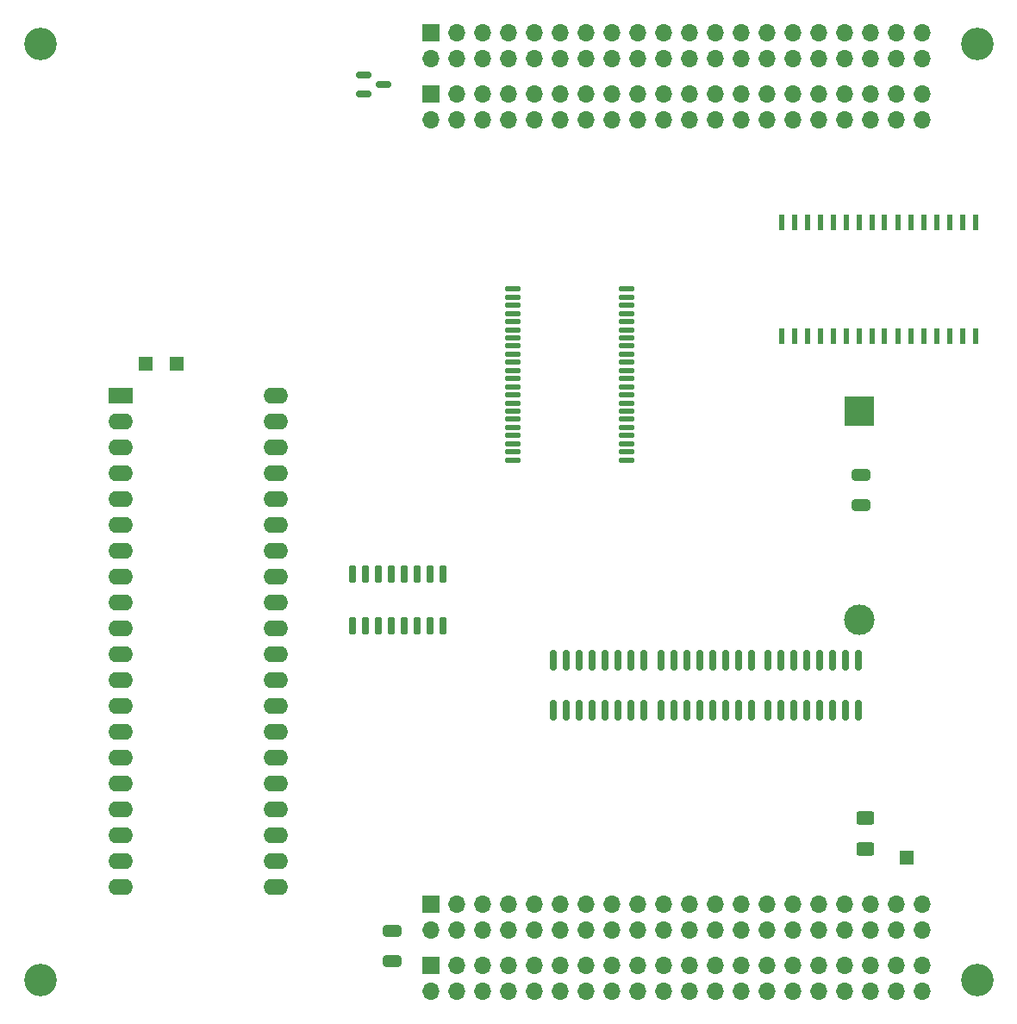
<source format=gbr>
%TF.GenerationSoftware,KiCad,Pcbnew,7.0.5-7.0.5~ubuntu20.04.1*%
%TF.CreationDate,2023-07-18T14:00:40+02:00*%
%TF.ProjectId,RAMROM_512k_board,52414d52-4f4d-45f3-9531-326b5f626f61,rev?*%
%TF.SameCoordinates,Original*%
%TF.FileFunction,Soldermask,Bot*%
%TF.FilePolarity,Negative*%
%FSLAX46Y46*%
G04 Gerber Fmt 4.6, Leading zero omitted, Abs format (unit mm)*
G04 Created by KiCad (PCBNEW 7.0.5-7.0.5~ubuntu20.04.1) date 2023-07-18 14:00:40*
%MOMM*%
%LPD*%
G01*
G04 APERTURE LIST*
G04 Aperture macros list*
%AMRoundRect*
0 Rectangle with rounded corners*
0 $1 Rounding radius*
0 $2 $3 $4 $5 $6 $7 $8 $9 X,Y pos of 4 corners*
0 Add a 4 corners polygon primitive as box body*
4,1,4,$2,$3,$4,$5,$6,$7,$8,$9,$2,$3,0*
0 Add four circle primitives for the rounded corners*
1,1,$1+$1,$2,$3*
1,1,$1+$1,$4,$5*
1,1,$1+$1,$6,$7*
1,1,$1+$1,$8,$9*
0 Add four rect primitives between the rounded corners*
20,1,$1+$1,$2,$3,$4,$5,0*
20,1,$1+$1,$4,$5,$6,$7,0*
20,1,$1+$1,$6,$7,$8,$9,0*
20,1,$1+$1,$8,$9,$2,$3,0*%
G04 Aperture macros list end*
%ADD10R,1.700000X1.700000*%
%ADD11O,1.700000X1.700000*%
%ADD12R,2.400000X1.600000*%
%ADD13O,2.400000X1.600000*%
%ADD14R,3.000000X3.000000*%
%ADD15C,3.000000*%
%ADD16R,1.350000X1.350000*%
%ADD17C,3.200000*%
%ADD18RoundRect,0.250000X-0.650000X0.325000X-0.650000X-0.325000X0.650000X-0.325000X0.650000X0.325000X0*%
%ADD19R,0.600000X1.600000*%
%ADD20RoundRect,0.137500X0.625000X0.137500X-0.625000X0.137500X-0.625000X-0.137500X0.625000X-0.137500X0*%
%ADD21RoundRect,0.150000X-0.150000X0.725000X-0.150000X-0.725000X0.150000X-0.725000X0.150000X0.725000X0*%
%ADD22RoundRect,0.150000X-0.150000X0.825000X-0.150000X-0.825000X0.150000X-0.825000X0.150000X0.825000X0*%
%ADD23RoundRect,0.150000X-0.587500X-0.150000X0.587500X-0.150000X0.587500X0.150000X-0.587500X0.150000X0*%
%ADD24RoundRect,0.250000X0.625000X-0.400000X0.625000X0.400000X-0.625000X0.400000X-0.625000X-0.400000X0*%
G04 APERTURE END LIST*
D10*
%TO.C,J1*%
X139700000Y-48303005D03*
D11*
X139700000Y-50843005D03*
X142240000Y-48303005D03*
X142240000Y-50843005D03*
X144780000Y-48303005D03*
X144780000Y-50843005D03*
X147320000Y-48303005D03*
X147320000Y-50843005D03*
X149860000Y-48303005D03*
X149860000Y-50843005D03*
X152400000Y-48303005D03*
X152400000Y-50843005D03*
X154940000Y-48303005D03*
X154940000Y-50843005D03*
X157480000Y-48303005D03*
X157480000Y-50843005D03*
X160020000Y-48303005D03*
X160020000Y-50843005D03*
X162560000Y-48303005D03*
X162560000Y-50843005D03*
X165100000Y-48303005D03*
X165100000Y-50843005D03*
X167640000Y-48303005D03*
X167640000Y-50843005D03*
X170180000Y-48303005D03*
X170180000Y-50843005D03*
X172720000Y-48303005D03*
X172720000Y-50843005D03*
X175260000Y-48303005D03*
X175260000Y-50843005D03*
X177800000Y-48303005D03*
X177800000Y-50843005D03*
X180340000Y-48303005D03*
X180340000Y-50843005D03*
X182880000Y-48303005D03*
X182880000Y-50843005D03*
X185420000Y-48303005D03*
X185420000Y-50843005D03*
X187960000Y-48303005D03*
X187960000Y-50843005D03*
%TD*%
D12*
%TO.C,J6*%
X109220000Y-83947000D03*
D13*
X109220000Y-86487000D03*
X109220000Y-89027000D03*
X109220000Y-91567000D03*
X109220000Y-94107000D03*
X109220000Y-96647000D03*
X109220000Y-99187000D03*
X109220000Y-101727000D03*
X109220000Y-104267000D03*
X109220000Y-106807000D03*
X109220000Y-109347000D03*
X109220000Y-111887000D03*
X109220000Y-114427000D03*
X109220000Y-116967000D03*
X109220000Y-119507000D03*
X109220000Y-122047000D03*
X109220000Y-124587000D03*
X109220000Y-127127000D03*
X109220000Y-129667000D03*
X109220000Y-132207000D03*
X124460000Y-132207000D03*
X124460000Y-129667000D03*
X124460000Y-127127000D03*
X124460000Y-124587000D03*
X124460000Y-122047000D03*
X124460000Y-119507000D03*
X124460000Y-116967000D03*
X124460000Y-114427000D03*
X124460000Y-111887000D03*
X124460000Y-109347000D03*
X124460000Y-106807000D03*
X124460000Y-104267000D03*
X124460000Y-101727000D03*
X124460000Y-99187000D03*
X124460000Y-96647000D03*
X124460000Y-94107000D03*
X124460000Y-91567000D03*
X124460000Y-89027000D03*
X124460000Y-86487000D03*
X124460000Y-83947000D03*
%TD*%
D14*
%TO.C,BT1*%
X181813201Y-85438399D03*
D15*
X181813201Y-105928399D03*
%TD*%
D16*
%TO.C,J7*%
X114681000Y-80772000D03*
%TD*%
D10*
%TO.C,J4*%
X139700000Y-133849005D03*
D11*
X139700000Y-136389005D03*
X142240000Y-133849005D03*
X142240000Y-136389005D03*
X144780000Y-133849005D03*
X144780000Y-136389005D03*
X147320000Y-133849005D03*
X147320000Y-136389005D03*
X149860000Y-133849005D03*
X149860000Y-136389005D03*
X152400000Y-133849005D03*
X152400000Y-136389005D03*
X154940000Y-133849005D03*
X154940000Y-136389005D03*
X157480000Y-133849005D03*
X157480000Y-136389005D03*
X160020000Y-133849005D03*
X160020000Y-136389005D03*
X162560000Y-133849005D03*
X162560000Y-136389005D03*
X165100000Y-133849005D03*
X165100000Y-136389005D03*
X167640000Y-133849005D03*
X167640000Y-136389005D03*
X170180000Y-133849005D03*
X170180000Y-136389005D03*
X172720000Y-133849005D03*
X172720000Y-136389005D03*
X175260000Y-133849005D03*
X175260000Y-136389005D03*
X177800000Y-133849005D03*
X177800000Y-136389005D03*
X180340000Y-133849005D03*
X180340000Y-136389005D03*
X182880000Y-133849005D03*
X182880000Y-136389005D03*
X185420000Y-133849005D03*
X185420000Y-136389005D03*
X187960000Y-133849005D03*
X187960000Y-136389005D03*
%TD*%
D10*
%TO.C,J2*%
X139700000Y-139849005D03*
D11*
X139700000Y-142389005D03*
X142240000Y-139849005D03*
X142240000Y-142389005D03*
X144780000Y-139849005D03*
X144780000Y-142389005D03*
X147320000Y-139849005D03*
X147320000Y-142389005D03*
X149860000Y-139849005D03*
X149860000Y-142389005D03*
X152400000Y-139849005D03*
X152400000Y-142389005D03*
X154940000Y-139849005D03*
X154940000Y-142389005D03*
X157480000Y-139849005D03*
X157480000Y-142389005D03*
X160020000Y-139849005D03*
X160020000Y-142389005D03*
X162560000Y-139849005D03*
X162560000Y-142389005D03*
X165100000Y-139849005D03*
X165100000Y-142389005D03*
X167640000Y-139849005D03*
X167640000Y-142389005D03*
X170180000Y-139849005D03*
X170180000Y-142389005D03*
X172720000Y-139849005D03*
X172720000Y-142389005D03*
X175260000Y-139849005D03*
X175260000Y-142389005D03*
X177800000Y-139849005D03*
X177800000Y-142389005D03*
X180340000Y-139849005D03*
X180340000Y-142389005D03*
X182880000Y-139849005D03*
X182880000Y-142389005D03*
X185420000Y-139849005D03*
X185420000Y-142389005D03*
X187960000Y-139849005D03*
X187960000Y-142389005D03*
%TD*%
D16*
%TO.C,J9*%
X111633000Y-80772000D03*
%TD*%
D17*
%TO.C,H3*%
X193340000Y-49346005D03*
%TD*%
D10*
%TO.C,J3*%
X139700000Y-54303005D03*
D11*
X139700000Y-56843005D03*
X142240000Y-54303005D03*
X142240000Y-56843005D03*
X144780000Y-54303005D03*
X144780000Y-56843005D03*
X147320000Y-54303005D03*
X147320000Y-56843005D03*
X149860000Y-54303005D03*
X149860000Y-56843005D03*
X152400000Y-54303005D03*
X152400000Y-56843005D03*
X154940000Y-54303005D03*
X154940000Y-56843005D03*
X157480000Y-54303005D03*
X157480000Y-56843005D03*
X160020000Y-54303005D03*
X160020000Y-56843005D03*
X162560000Y-54303005D03*
X162560000Y-56843005D03*
X165100000Y-54303005D03*
X165100000Y-56843005D03*
X167640000Y-54303005D03*
X167640000Y-56843005D03*
X170180000Y-54303005D03*
X170180000Y-56843005D03*
X172720000Y-54303005D03*
X172720000Y-56843005D03*
X175260000Y-54303005D03*
X175260000Y-56843005D03*
X177800000Y-54303005D03*
X177800000Y-56843005D03*
X180340000Y-54303005D03*
X180340000Y-56843005D03*
X182880000Y-54303005D03*
X182880000Y-56843005D03*
X185420000Y-54303005D03*
X185420000Y-56843005D03*
X187960000Y-54303005D03*
X187960000Y-56843005D03*
%TD*%
D17*
%TO.C,H1*%
X101340000Y-49346005D03*
%TD*%
D16*
%TO.C,J8*%
X186436000Y-129286000D03*
%TD*%
D17*
%TO.C,H2*%
X101340000Y-141346005D03*
%TD*%
%TO.C,H4*%
X193340000Y-141346005D03*
%TD*%
D18*
%TO.C,C2*%
X135864600Y-136499600D03*
X135864600Y-139449600D03*
%TD*%
D19*
%TO.C,U5*%
X193163841Y-78093671D03*
X191893841Y-78093671D03*
X190623841Y-78093671D03*
X189353841Y-78093671D03*
X188083841Y-78093671D03*
X186813841Y-78093671D03*
X185543841Y-78093671D03*
X184263841Y-78093671D03*
X183013841Y-78093671D03*
X181733841Y-78093671D03*
X180463841Y-78093671D03*
X179193841Y-78093671D03*
X177923841Y-78093671D03*
X176653841Y-78093671D03*
X175383841Y-78093671D03*
X174113841Y-78093671D03*
X174113841Y-66893671D03*
X175383841Y-66893671D03*
X176653841Y-66893671D03*
X177923841Y-66893671D03*
X179193841Y-66893671D03*
X180463841Y-66893671D03*
X181733841Y-66893671D03*
X183013841Y-66893671D03*
X184263841Y-66893671D03*
X185543841Y-66893671D03*
X186813841Y-66893671D03*
X188083841Y-66893671D03*
X189353841Y-66893671D03*
X190623841Y-66893671D03*
X191893841Y-66893671D03*
X193163841Y-66893671D03*
%TD*%
D18*
%TO.C,C9*%
X181940200Y-91741200D03*
X181940200Y-94691200D03*
%TD*%
D20*
%TO.C,U4*%
X158901900Y-73438800D03*
X158901900Y-74238800D03*
X158901900Y-75038800D03*
X158901900Y-75838800D03*
X158901900Y-76638800D03*
X158901900Y-77438800D03*
X158901900Y-78238800D03*
X158901900Y-79038800D03*
X158901900Y-79838800D03*
X158901900Y-80638800D03*
X158901900Y-81438800D03*
X158901900Y-82238800D03*
X158901900Y-83038800D03*
X158901900Y-83838800D03*
X158901900Y-84638800D03*
X158901900Y-85438800D03*
X158901900Y-86238800D03*
X158901900Y-87038800D03*
X158901900Y-87838800D03*
X158901900Y-88638800D03*
X158901900Y-89438800D03*
X158901900Y-90238800D03*
X147726900Y-90238800D03*
X147726900Y-89438800D03*
X147726900Y-88638800D03*
X147726900Y-87838800D03*
X147726900Y-87038800D03*
X147726900Y-86238800D03*
X147726900Y-85438800D03*
X147726900Y-84638800D03*
X147726900Y-83838800D03*
X147726900Y-83038800D03*
X147726900Y-82238800D03*
X147726900Y-81438800D03*
X147726900Y-80638800D03*
X147726900Y-79838800D03*
X147726900Y-79038800D03*
X147726900Y-78238800D03*
X147726900Y-77438800D03*
X147726900Y-76638800D03*
X147726900Y-75838800D03*
X147726900Y-75038800D03*
X147726900Y-74238800D03*
X147726900Y-73438800D03*
%TD*%
D21*
%TO.C,U10*%
X131953000Y-101403000D03*
X133223000Y-101403000D03*
X134493000Y-101403000D03*
X135763000Y-101403000D03*
X137033000Y-101403000D03*
X138303000Y-101403000D03*
X139573000Y-101403000D03*
X140843000Y-101403000D03*
X140843000Y-106553000D03*
X139573000Y-106553000D03*
X138303000Y-106553000D03*
X137033000Y-106553000D03*
X135763000Y-106553000D03*
X134493000Y-106553000D03*
X133223000Y-106553000D03*
X131953000Y-106553000D03*
%TD*%
D22*
%TO.C,U18*%
X151751925Y-109901475D03*
X153021925Y-109901475D03*
X154291925Y-109901475D03*
X155561925Y-109901475D03*
X156831925Y-109901475D03*
X158101925Y-109901475D03*
X159371925Y-109901475D03*
X160641925Y-109901475D03*
X160641925Y-114851475D03*
X159371925Y-114851475D03*
X158101925Y-114851475D03*
X156831925Y-114851475D03*
X155561925Y-114851475D03*
X154291925Y-114851475D03*
X153021925Y-114851475D03*
X151751925Y-114851475D03*
%TD*%
D23*
%TO.C,Q1*%
X133126000Y-54290000D03*
X133126000Y-52390000D03*
X135001000Y-53340000D03*
%TD*%
D22*
%TO.C,U19*%
X162267525Y-109901475D03*
X163537525Y-109901475D03*
X164807525Y-109901475D03*
X166077525Y-109901475D03*
X167347525Y-109901475D03*
X168617525Y-109901475D03*
X169887525Y-109901475D03*
X171157525Y-109901475D03*
X171157525Y-114851475D03*
X169887525Y-114851475D03*
X168617525Y-114851475D03*
X167347525Y-114851475D03*
X166077525Y-114851475D03*
X164807525Y-114851475D03*
X163537525Y-114851475D03*
X162267525Y-114851475D03*
%TD*%
%TO.C,U20*%
X172808525Y-109890275D03*
X174078525Y-109890275D03*
X175348525Y-109890275D03*
X176618525Y-109890275D03*
X177888525Y-109890275D03*
X179158525Y-109890275D03*
X180428525Y-109890275D03*
X181698525Y-109890275D03*
X181698525Y-114840275D03*
X180428525Y-114840275D03*
X179158525Y-114840275D03*
X177888525Y-114840275D03*
X176618525Y-114840275D03*
X175348525Y-114840275D03*
X174078525Y-114840275D03*
X172808525Y-114840275D03*
%TD*%
D24*
%TO.C,R1*%
X182372000Y-128473800D03*
X182372000Y-125373800D03*
%TD*%
M02*

</source>
